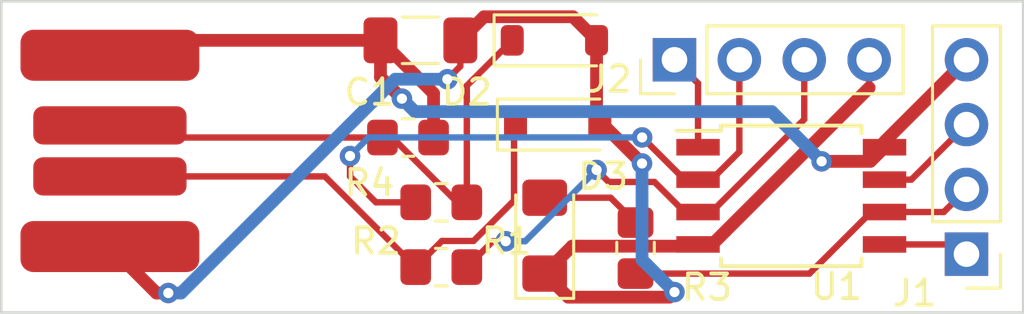
<source format=kicad_pcb>
(kicad_pcb (version 20221018) (generator pcbnew)
  (layers (0 "F.Cu" signal) (31 "B.Cu" signal) (34 "B.Paste" user) (35 "F.Paste" user) (36 "B.SilkS" user "B.Silkscreen") (37 "F.SilkS" user "F.Silkscreen") (38 "B.Mask" user) (39 "F.Mask" user) (44 "Edge.Cuts" user))
  (net 0 "")
  (net 1 "+5V")
  (net 2 "GND")
  (net 3 "Net-(D1-K)")
  (net 4 "Net-(D2-K)")
  (net 5 "Net-(D3-A)")
  (net 6 "Net-(J1-Pin_1)")
  (net 7 "Net-(J1-Pin_2)")
  (net 8 "Net-(J1-Pin_3)")
  (net 9 "Net-(J2-Pin_1)")
  (net 10 "Net-(J2-Pin_2)")
  (net 11 "Net-(J2-Pin_3)")
  (footprint "Resistor_SMD:R_0805_2012Metric_Pad1.20x1.40mm_HandSolder" (layer "F.Cu") (at 155.194 90.948 90)
    (fp_text reference "R3" (at -1.54 2.794 180) (layer "F.SilkS"))
    (fp_text value "330R" hide)
    (fp_line (start -0.227064 -0.735) (end 0.227064 -0.735) (stroke (width 0.12)) (layer "F.SilkS"))
    (fp_line (start -0.227064 0.735) (end 0.227064 0.735) (stroke (width 0.12)) (layer "F.SilkS"))
    (pad "1" smd roundrect (at -1 0 90) (size 1.2 1.4) (layers "F.Cu" "F.Paste" "F.Mask") (roundrect_rratio 0.208333) (net 7 "Net-(J1-Pin_2)"))
    (pad "2" smd roundrect (at 1 0 90) (size 1.2 1.4) (layers "F.Cu" "F.Paste" "F.Mask") (roundrect_rratio 0.208333) (net 5 "Net-(D3-A)"))
  )
  (footprint "Resistor_SMD:R_0805_2012Metric_Pad1.20x1.40mm_HandSolder" (layer "F.Cu") (at 147.59 91.694 180)
    (fp_text reference "R1" (at -2.556 1.016) (layer "F.SilkS"))
    (fp_text value "68R" hide)
    (fp_line (start -0.227064 -0.735) (end 0.227064 -0.735) (stroke (width 0.12)) (layer "F.SilkS"))
    (fp_line (start -0.227064 0.735) (end 0.227064 0.735) (stroke (width 0.12)) (layer "F.SilkS"))
    (pad "1" smd roundrect (at -1 0 180) (size 1.2 1.4) (layers "F.Cu" "F.Paste" "F.Mask") (roundrect_rratio 0.208333) (net 11 "Net-(J2-Pin_3)"))
    (pad "2" smd roundrect (at 1 0 180) (size 1.2 1.4) (layers "F.Cu" "F.Paste" "F.Mask") (roundrect_rratio 0.208333) (net 3 "Net-(D1-K)"))
  )
  (footprint "Capacitor_SMD:C_1206_3216Metric_Pad1.33x1.80mm_HandSolder" (layer "F.Cu") (at 146.7735 82.804)
    (fp_text reference "C1" (at -1.9935 2.032) (layer "F.SilkS"))
    (fp_text value "100n" hide)
    (fp_line (start -0.711252 -0.91) (end 0.711252 -0.91) (stroke (width 0.12)) (layer "F.SilkS"))
    (fp_line (start -0.711252 0.91) (end 0.711252 0.91) (stroke (width 0.12)) (layer "F.SilkS"))
    (pad "1" smd roundrect (at -1.5625 0) (size 1.325 1.8) (layers "F.Cu" "F.Paste" "F.Mask") (roundrect_rratio 0.188679) (net 1 "+5V"))
    (pad "2" smd roundrect (at 1.5625 0) (size 1.325 1.8) (layers "F.Cu" "F.Paste" "F.Mask") (roundrect_rratio 0.188679) (net 2 "GND"))
  )
  (footprint "Package_SO:SOIC-8W_5.3x5.3mm_P1.27mm" (layer "F.Cu") (at 161.29 88.9)
    (fp_text reference "U1" (at 1.778 3.556) (layer "F.SilkS"))
    (fp_text value "ATtiny85-20S" hide)
    (fp_line (start -2.75 -2.755) (end -2.75 -2.55) (stroke (width 0.15)) (layer "F.SilkS"))
    (fp_line (start -2.75 -2.755) (end 2.75 -2.755) (stroke (width 0.15)) (layer "F.SilkS"))
    (fp_line (start -2.75 -2.55) (end -4.5 -2.55) (stroke (width 0.15)) (layer "F.SilkS"))
    (fp_line (start -2.75 2.755) (end -2.75 2.455) (stroke (width 0.15)) (layer "F.SilkS"))
    (fp_line (start -2.75 2.755) (end 2.75 2.755) (stroke (width 0.15)) (layer "F.SilkS"))
    (fp_line (start 2.75 -2.755) (end 2.75 -2.455) (stroke (width 0.15)) (layer "F.SilkS"))
    (fp_line (start 2.75 2.755) (end 2.75 2.455) (stroke (width 0.15)) (layer "F.SilkS"))
    (pad "1" smd rect (at -3.65 -1.905) (size 1.7 0.65) (layers "F.Cu" "F.Paste" "F.Mask") (net 9 "Net-(J2-Pin_1)"))
    (pad "2" smd rect (at -3.65 -0.635) (size 1.7 0.65) (layers "F.Cu" "F.Paste" "F.Mask") (net 10 "Net-(J2-Pin_2)"))
    (pad "3" smd rect (at -3.65 0.635) (size 1.7 0.65) (layers "F.Cu" "F.Paste" "F.Mask") (net 11 "Net-(J2-Pin_3)"))
    (pad "4" smd rect (at -3.65 1.905) (size 1.7 0.65) (layers "F.Cu" "F.Paste" "F.Mask") (net 2 "GND"))
    (pad "5" smd rect (at 3.65 1.905) (size 1.7 0.65) (layers "F.Cu" "F.Paste" "F.Mask") (net 6 "Net-(J1-Pin_1)"))
    (pad "6" smd rect (at 3.65 0.635) (size 1.7 0.65) (layers "F.Cu" "F.Paste" "F.Mask") (net 7 "Net-(J1-Pin_2)"))
    (pad "7" smd rect (at 3.65 -0.635) (size 1.7 0.65) (layers "F.Cu" "F.Paste" "F.Mask") (net 8 "Net-(J1-Pin_3)"))
    (pad "8" smd rect (at 3.65 -1.905) (size 1.7 0.65) (layers "F.Cu" "F.Paste" "F.Mask") (net 1 "+5V"))
  )
  (footprint "Diode_SMD:D_SOD-123" (layer "F.Cu") (at 152.018 82.804)
    (fp_text reference "D2" (at -3.428 2.032) (layer "F.SilkS"))
    (fp_text value "3.6V" hide)
    (fp_line (start -2.36 -1) (end -2.36 1) (stroke (width 0.12)) (layer "F.SilkS"))
    (fp_line (start -2.36 -1) (end 1.65 -1) (stroke (width 0.12)) (layer "F.SilkS"))
    (fp_line (start -2.36 1) (end 1.65 1) (stroke (width 0.12)) (layer "F.SilkS"))
    (pad "1" smd roundrect (at -1.65 0) (size 0.9 1.2) (layers "F.Cu" "F.Paste" "F.Mask") (net 4 "Net-(D2-K)"))
    (pad "2" smd roundrect (at 1.65 0) (size 0.9 1.2) (layers "F.Cu" "F.Paste" "F.Mask") (net 2 "GND"))
  )
  (footprint "LED_SMD:LED_1206_3216Metric_Pad1.42x1.75mm_HandSolder" (layer "F.Cu") (at 151.638 90.4605 90)
    (fp_text reference "D3" (at 2.3225 2.286 180) (layer "F.SilkS"))
    (fp_text value "LED" hide)
    (fp_line (start -2.46 -1.135) (end -2.46 1.135) (stroke (width 0.12)) (layer "F.SilkS"))
    (fp_line (start -2.46 1.135) (end 1.6 1.135) (stroke (width 0.12)) (layer "F.SilkS"))
    (fp_line (start 1.6 -1.135) (end -2.46 -1.135) (stroke (width 0.12)) (layer "F.SilkS"))
    (pad "1" smd roundrect (at -1.4875 0 90) (size 1.425 1.75) (layers "F.Cu" "F.Paste" "F.Mask") (roundrect_rratio 0.175439) (net 2 "GND"))
    (pad "2" smd roundrect (at 1.4875 0 90) (size 1.425 1.75) (layers "F.Cu" "F.Paste" "F.Mask") (roundrect_rratio 0.175439) (net 5 "Net-(D3-A)"))
  )
  (footprint "Connector_PinHeader_2.54mm:PinHeader_1x04_P2.54mm_Vertical" (layer "F.Cu") (at 156.718 83.566 90)
    (fp_text reference "J2" (at -0.762 -2.54) (layer "F.SilkS"))
    (fp_text value "Conn_01x04" hide)
    (fp_line (start -1.33 -1.33) (end 0 -1.33) (stroke (width 0.12)) (layer "F.SilkS"))
    (fp_line (start -1.33 0) (end -1.33 -1.33) (stroke (width 0.12)) (layer "F.SilkS"))
    (fp_line (start -1.33 1.27) (end -1.33 8.95) (stroke (width 0.12)) (layer "F.SilkS"))
    (fp_line (start -1.33 1.27) (end 1.33 1.27) (stroke (width 0.12)) (layer "F.SilkS"))
    (fp_line (start -1.33 8.95) (end 1.33 8.95) (stroke (width 0.12)) (layer "F.SilkS"))
    (fp_line (start 1.33 1.27) (end 1.33 8.95) (stroke (width 0.12)) (layer "F.SilkS"))
    (pad "1" thru_hole rect (at 0 0 90) (size 1.7 1.7) (drill 1) (layers "*.Cu" "*.Mask") (net 9 "Net-(J2-Pin_1)"))
    (pad "2" thru_hole oval (at 0 2.54 90) (size 1.7 1.7) (drill 1) (layers "*.Cu" "*.Mask") (net 10 "Net-(J2-Pin_2)"))
    (pad "3" thru_hole oval (at 0 5.08 90) (size 1.7 1.7) (drill 1) (layers "*.Cu" "*.Mask") (net 11 "Net-(J2-Pin_3)"))
    (pad "4" thru_hole oval (at 0 7.62 90) (size 1.7 1.7) (drill 1) (layers "*.Cu" "*.Mask") (net 2 "GND"))
  )
  (footprint "Connector_PinHeader_2.54mm:PinHeader_1x04_P2.54mm_Vertical" (layer "F.Cu") (at 168.148 91.186 180)
    (fp_text reference "J1" (at 2.032 -1.524) (layer "F.SilkS"))
    (fp_text value "Conn_01x04" hide)
    (fp_line (start -1.33 -1.33) (end 0 -1.33) (stroke (width 0.12)) (layer "F.SilkS"))
    (fp_line (start -1.33 0) (end -1.33 -1.33) (stroke (width 0.12)) (layer "F.SilkS"))
    (fp_line (start -1.33 1.27) (end -1.33 8.95) (stroke (width 0.12)) (layer "F.SilkS"))
    (fp_line (start -1.33 1.27) (end 1.33 1.27) (stroke (width 0.12)) (layer "F.SilkS"))
    (fp_line (start -1.33 8.95) (end 1.33 8.95) (stroke (width 0.12)) (layer "F.SilkS"))
    (fp_line (start 1.33 1.27) (end 1.33 8.95) (stroke (width 0.12)) (layer "F.SilkS"))
    (pad "1" thru_hole rect (at 0 0 180) (size 1.7 1.7) (drill 1) (layers "*.Cu" "*.Mask") (net 6 "Net-(J1-Pin_1)"))
    (pad "2" thru_hole oval (at 0 2.54 180) (size 1.7 1.7) (drill 1) (layers "*.Cu" "*.Mask") (net 7 "Net-(J1-Pin_2)"))
    (pad "3" thru_hole oval (at 0 5.08 180) (size 1.7 1.7) (drill 1) (layers "*.Cu" "*.Mask") (net 8 "Net-(J1-Pin_3)"))
    (pad "4" thru_hole oval (at 0 7.62 180) (size 1.7 1.7) (drill 1) (layers "*.Cu" "*.Mask") (net 1 "+5V"))
  )
  (footprint "footprint_library:usb_connector" (layer "F.Cu") (at 134.62 87.138)
    (fp_text reference "U2" hide)
    (fp_text value "USB connector")
    (pad "1" smd roundrect (at 0 -3.75) (size 7 2) (layers "F.Cu" "F.Paste" "F.Mask") (net 1 "+5V"))
    (pad "2" smd roundrect (at 0 -1) (size 6 1.5) (layers "F.Cu" "F.Paste" "F.Mask") (net 4 "Net-(D2-K)"))
    (pad "3" smd roundrect (at 0 1) (size 6 1.5) (layers "F.Cu" "F.Paste" "F.Mask") (net 3 "Net-(D1-K)"))
    (pad "4" smd roundrect (at 0 3.75) (size 7 2) (layers "F.Cu" "F.Paste" "F.Mask") (net 2 "GND"))
  )
  (footprint "Resistor_SMD:R_0805_2012Metric_Pad1.20x1.40mm_HandSolder" (layer "F.Cu") (at 146.288 86.614 180)
    (fp_text reference "R4" (at 1.508 -1.778) (layer "F.SilkS"))
    (fp_text value "1.5k" hide)
    (fp_line (start -0.227064 -0.735) (end 0.227064 -0.735) (stroke (width 0.12)) (layer "F.SilkS"))
    (fp_line (start -0.227064 0.735) (end 0.227064 0.735) (stroke (width 0.12)) (layer "F.SilkS"))
    (pad "1" smd roundrect (at -1 0 180) (size 1.2 1.4) (layers "F.Cu" "F.Paste" "F.Mask") (roundrect_rratio 0.208333) (net 1 "+5V"))
    (pad "2" smd roundrect (at 1 0 180) (size 1.2 1.4) (layers "F.Cu" "F.Paste" "F.Mask") (roundrect_rratio 0.208333) (net 4 "Net-(D2-K)"))
  )
  (footprint "Resistor_SMD:R_0805_2012Metric_Pad1.20x1.40mm_HandSolder" (layer "F.Cu") (at 147.59 89.154)
    (fp_text reference "R2" (at -2.556 1.524) (layer "F.SilkS"))
    (fp_text value "68R" hide)
    (fp_line (start -0.227064 -0.735) (end 0.227064 -0.735) (stroke (width 0.12)) (layer "F.SilkS"))
    (fp_line (start -0.227064 0.735) (end 0.227064 0.735) (stroke (width 0.12)) (layer "F.SilkS"))
    (pad "1" smd roundrect (at -1 0) (size 1.2 1.4) (layers "F.Cu" "F.Paste" "F.Mask") (roundrect_rratio 0.208333) (net 10 "Net-(J2-Pin_2)"))
    (pad "2" smd roundrect (at 1 0) (size 1.2 1.4) (layers "F.Cu" "F.Paste" "F.Mask") (roundrect_rratio 0.208333) (net 4 "Net-(D2-K)"))
  )
  (footprint "Diode_SMD:D_SOD-123" (layer "F.Cu") (at 152.146 86.106)
    (fp_text reference "D1" hide)
    (fp_text value "3.6V" hide)
    (fp_line (start -2.36 -1) (end -2.36 1) (stroke (width 0.12)) (layer "F.SilkS"))
    (fp_line (start -2.36 -1) (end 1.65 -1) (stroke (width 0.12)) (layer "F.SilkS"))
    (fp_line (start -2.36 1) (end 1.65 1) (stroke (width 0.12)) (layer "F.SilkS"))
    (pad "1" smd roundrect (at -1.65 0) (size 0.9 1.2) (layers "F.Cu" "F.Paste" "F.Mask") (net 3 "Net-(D1-K)"))
    (pad "2" smd roundrect (at 1.65 0) (size 0.9 1.2) (layers "F.Cu" "F.Paste" "F.Mask") (net 2 "GND"))
  )
  (gr_rect (start 130.368 81.272) (end 170.368 93.472) (stroke (width 0.1)) (fill none) (layer "Edge.Cuts"))
  (segment (start 146.05 85.09) (end 145.211 84.251) (width 0.5) (layer "F.Cu") (net 1))
  (segment (start 162.477299 87.547299) (end 164.387701 87.547299) (width 0.5) (layer "F.Cu") (net 1))
  (segment (start 147.288 84.881) (end 145.211 82.804) (width 0.5) (layer "F.Cu") (net 1))
  (segment (start 145.211 82.804) (end 135.204 82.804) (width 0.5) (layer "F.Cu") (net 1))
  (segment (start 164.94 86.774) (end 168.148 83.566) (width 0.5) (layer "F.Cu") (net 1))
  (segment (start 147.288 86.614) (end 147.288 84.881) (width 0.5) (layer "F.Cu") (net 1))
  (segment (start 164.94 86.995) (end 164.94 86.774) (width 0.25) (layer "F.Cu") (net 1))
  (segment (start 135.204 82.804) (end 134.62 83.388) (width 0.25) (layer "F.Cu") (net 1))
  (segment (start 164.387701 87.547299) (end 164.94 86.995) (width 0.5) (layer "F.Cu") (net 1))
  (segment (start 145.211 84.251) (end 145.211 82.804) (width 0.5) (layer "F.Cu") (net 1))
  (via (at 146.05 85.09) (size 0.8) (drill 0.4) (layers "F.Cu" "B.Cu") (net 1))
  (via (at 162.477299 87.547299) (size 0.8) (drill 0.4) (layers "F.Cu" "B.Cu") (net 1))
  (segment (start 146.558 85.598) (end 146.05 85.09) (width 0.5) (layer "B.Cu") (net 1))
  (segment (start 162.477299 87.547299) (end 160.528 85.598) (width 0.5) (layer "B.Cu") (net 1))
  (segment (start 160.528 85.598) (end 146.558 85.598) (width 0.5) (layer "B.Cu") (net 1))
  (segment (start 152.713 90.873) (end 157.572 90.873) (width 0.5) (layer "F.Cu") (net 2))
  (segment (start 148.336 82.804) (end 149.261 81.879) (width 0.5) (layer "F.Cu") (net 2))
  (segment (start 149.261 81.879) (end 152.743 81.879) (width 0.5) (layer "F.Cu") (net 2))
  (segment (start 156.718 92.6725) (end 156.5175 92.873) (width 0.5) (layer "F.Cu") (net 2))
  (segment (start 158.195 90.805) (end 164.338 84.662) (width 0.5) (layer "F.Cu") (net 2))
  (segment (start 153.796 86.106) (end 153.924 86.106) (width 0.25) (layer "F.Cu") (net 2))
  (segment (start 152.743 81.879) (end 153.668 82.804) (width 0.5) (layer "F.Cu") (net 2))
  (segment (start 157.64 90.805) (end 158.195 90.805) (width 0.25) (layer "F.Cu") (net 2))
  (segment (start 157.572 90.873) (end 157.64 90.805) (width 0.5) (layer "F.Cu") (net 2))
  (segment (start 152.563 92.873) (end 151.638 91.948) (width 0.5) (layer "F.Cu") (net 2))
  (segment (start 164.338 84.662) (end 164.338 83.566) (width 0.25) (layer "F.Cu") (net 2))
  (segment (start 153.668 85.978) (end 153.796 86.106) (width 0.25) (layer "F.Cu") (net 2))
  (segment (start 153.668 82.804) (end 153.668 85.978) (width 0.5) (layer "F.Cu") (net 2))
  (segment (start 136.906 92.71) (end 136.442 92.71) (width 0.5) (layer "F.Cu") (net 2))
  (segment (start 148.336 82.804) (end 148.336 83.82) (width 0.25) (layer "F.Cu") (net 2))
  (segment (start 153.924 86.106) (end 155.448 87.63) (width 0.5) (layer "F.Cu") (net 2))
  (segment (start 151.638 91.948) (end 152.713 90.873) (width 0.5) (layer "F.Cu") (net 2))
  (segment (start 136.442 92.71) (end 134.62 90.888) (width 0.5) (layer "F.Cu") (net 2))
  (segment (start 148.336 83.82) (end 147.828 84.328) (width 0.25) (layer "F.Cu") (net 2))
  (segment (start 156.5175 92.873) (end 152.563 92.873) (width 0.5) (layer "F.Cu") (net 2))
  (via (at 156.718 92.6725) (size 0.8) (drill 0.4) (layers "F.Cu" "B.Cu") (net 2))
  (via (at 155.448 87.63) (size 0.8) (drill 0.4) (layers "F.Cu" "B.Cu") (net 2))
  (via (at 136.906 92.71) (size 0.8) (drill 0.4) (layers "F.Cu" "B.Cu") (net 2))
  (via (at 147.828 84.328) (size 0.8) (drill 0.4) (layers "F.Cu" "B.Cu") (net 2))
  (segment (start 155.448 87.63) (end 155.448 91.4025) (width 0.5) (layer "B.Cu") (net 2))
  (segment (start 155.448 91.4025) (end 156.718 92.6725) (width 0.5) (layer "B.Cu") (net 2))
  (segment (start 145.786695 84.328) (end 147.828 84.328) (width 0.5) (layer "B.Cu") (net 2))
  (segment (start 136.906 92.71) (end 137.404695 92.71) (width 0.5) (layer "B.Cu") (net 2))
  (segment (start 137.404695 92.71) (end 145.786695 84.328) (width 0.5) (layer "B.Cu") (net 2))
  (segment (start 146.59 91.694) (end 143.034 88.138) (width 0.25) (layer "F.Cu") (net 3))
  (segment (start 148.853 90.669) (end 150.438 89.084) (width 0.25) (layer "F.Cu") (net 3))
  (segment (start 150.438 89.084) (end 150.438 86.164) (width 0.25) (layer "F.Cu") (net 3))
  (segment (start 146.59 91.694) (end 147.615 90.669) (width 0.25) (layer "F.Cu") (net 3))
  (segment (start 147.615 90.669) (end 148.853 90.669) (width 0.25) (layer "F.Cu") (net 3))
  (segment (start 143.034 88.138) (end 134.62 88.138) (width 0.25) (layer "F.Cu") (net 3))
  (segment (start 150.438 86.164) (end 150.496 86.106) (width 0.25) (layer "F.Cu") (net 3))
  (segment (start 148.59 84.582) (end 148.59 89.154) (width 0.25) (layer "F.Cu") (net 4))
  (segment (start 148.59 89.154) (end 148.214827 89.154) (width 0.25) (layer "F.Cu") (net 4))
  (segment (start 150.368 82.804) (end 148.59 84.582) (width 0.25) (layer "F.Cu") (net 4))
  (segment (start 135.096 86.614) (end 134.62 86.138) (width 0.25) (layer "F.Cu") (net 4))
  (segment (start 145.674827 86.614) (end 145.288 86.614) (width 0.25) (layer "F.Cu") (net 4))
  (segment (start 148.214827 89.154) (end 145.674827 86.614) (width 0.25) (layer "F.Cu") (net 4))
  (segment (start 145.288 86.614) (end 135.096 86.614) (width 0.25) (layer "F.Cu") (net 4))
  (segment (start 154.219 88.973) (end 151.638 88.973) (width 0.25) (layer "F.Cu") (net 5))
  (segment (start 155.194 89.948) (end 154.219 88.973) (width 0.25) (layer "F.Cu") (net 5))
  (segment (start 167.767 90.805) (end 168.148 91.186) (width 0.25) (layer "F.Cu") (net 6))
  (segment (start 164.94 90.805) (end 167.767 90.805) (width 0.25) (layer "F.Cu") (net 6))
  (segment (start 162.002 91.948) (end 164.415 89.535) (width 0.25) (layer "F.Cu") (net 7))
  (segment (start 167.259 89.535) (end 168.148 88.646) (width 0.25) (layer "F.Cu") (net 7))
  (segment (start 164.94 89.535) (end 167.259 89.535) (width 0.25) (layer "F.Cu") (net 7))
  (segment (start 164.415 89.535) (end 164.94 89.535) (width 0.25) (layer "F.Cu") (net 7))
  (segment (start 155.194 91.948) (end 162.002 91.948) (width 0.25) (layer "F.Cu") (net 7))
  (segment (start 165.989 88.265) (end 168.148 86.106) (width 0.25) (layer "F.Cu") (net 8))
  (segment (start 164.94 88.265) (end 165.989 88.265) (width 0.25) (layer "F.Cu") (net 8))
  (segment (start 157.64 86.995) (end 157.64 84.488) (width 0.25) (layer "F.Cu") (net 9))
  (segment (start 157.64 84.488) (end 156.718 83.566) (width 0.25) (layer "F.Cu") (net 9))
  (segment (start 157.115 88.265) (end 155.459701 86.609701) (width 0.25) (layer "F.Cu") (net 10))
  (segment (start 157.64 88.265) (end 157.734 88.171) (width 0.25) (layer "F.Cu") (net 10))
  (segment (start 157.734 88.171) (end 157.734 88.138) (width 0.25) (layer "F.Cu") (net 10))
  (segment (start 157.64 88.265) (end 158.165 88.265) (width 0.25) (layer "F.Cu") (net 10))
  (segment (start 157.64 88.265) (end 157.115 88.265) (width 0.25) (layer "F.Cu") (net 10))
  (segment (start 144.018 87.3385) (end 144.018 88.138) (width 0.25) (layer "F.Cu") (net 10))
  (segment (start 145.034 89.154) (end 146.59 89.154) (width 0.25) (layer "F.Cu") (net 10))
  (segment (start 144.018 88.138) (end 145.034 89.154) (width 0.25) (layer "F.Cu") (net 10))
  (segment (start 158.165 88.265) (end 159.258 87.172) (width 0.25) (layer "F.Cu") (net 10))
  (segment (start 155.459701 86.609701) (end 155.452299 86.609701) (width 0.25) (layer "F.Cu") (net 10))
  (segment (start 159.258 87.172) (end 159.258 83.566) (width 0.25) (layer "F.Cu") (net 10))
  (via (at 155.452299 86.609701) (size 0.8) (drill 0.4) (layers "F.Cu" "B.Cu") (net 10))
  (via (at 144.018 87.3385) (size 0.8) (drill 0.4) (layers "F.Cu" "B.Cu") (net 10))
  (segment (start 155.452299 86.609701) (end 144.746799 86.609701) (width 0.25) (layer "B.Cu") (net 10))
  (segment (start 144.746799 86.609701) (end 144.018 87.3385) (width 0.25) (layer "B.Cu") (net 10))
  (segment (start 155.935 88.355) (end 154.141 88.355) (width 0.25) (layer "F.Cu") (net 11))
  (segment (start 161.798 85.902) (end 161.798 83.566) (width 0.25) (layer "F.Cu") (net 11))
  (segment (start 157.115 89.535) (end 155.935 88.355) (width 0.25) (layer "F.Cu") (net 11))
  (segment (start 157.64 89.535) (end 157.115 89.535) (width 0.25) (layer "F.Cu") (net 11))
  (segment (start 157.64 89.535) (end 158.165 89.535) (width 0.25) (layer "F.Cu") (net 11))
  (segment (start 158.165 89.535) (end 161.798 85.902) (width 0.25) (layer "F.Cu") (net 11))
  (segment (start 150.114 90.678) (end 149.606 90.678) (width 0.25) (layer "F.Cu") (net 11))
  (segment (start 149.606 90.678) (end 148.59 91.694) (width 0.25) (layer "F.Cu") (net 11))
  (segment (start 154.141 88.355) (end 153.67 87.884) (width 0.25) (layer "F.Cu") (net 11))
  (via (at 150.114 90.678) (size 0.8) (drill 0.4) (layers "F.Cu" "B.Cu") (net 11))
  (via (at 153.67 87.884) (size 0.8) (drill 0.4) (layers "F.Cu" "B.Cu") (net 11))
  (segment (start 150.876 90.678) (end 150.114 90.678) (width 0.25) (layer "B.Cu") (net 11))
  (segment (start 153.67 87.884) (end 150.876 90.678) (width 0.25) (layer "B.Cu") (net 11))
)
</source>
